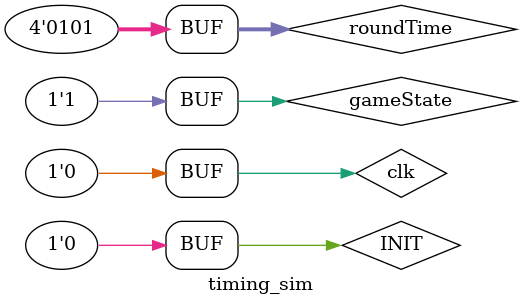
<source format=v>
`timescale 1ns / 1ps

module timing_sim;

	// Inputs
	reg clk;
	reg gameState;
	reg [3:0] roundTime;
	reg INIT;

	// Outputs
	wire cout;
	wire [3:0] sum;

	// Instantiate the Unit Under Test (UUT)
	timing uut (
		.clk(clk), 
		.gameState(gameState), 
		.roundTime(roundTime), 
		.cout(cout),
		.INIT(INIT),
		.sum(sum)
	);

	initial begin
		// Initialize Inputs
		clk = 0;
		gameState = 0;
		roundTime = 5;
		INIT = 0;

		// Wait 100 ns for global reset to finish
		#100;
      
		// Add stimulus here
			#1 INIT = 1;
			#1 INIT = 0;
			#1 gameState=1;
			#1 clk = 1;
			#1 clk = 0;
			#1 clk = 1;
			#1 clk = 0;
			#1 clk = 1;
			#1 clk = 0;
			#1 INIT = 1;
			#1 clk = 1;
			#1 clk = 0;
			#1 clk = 1;
			#1 clk = 0;
			#1 INIT = 0;
			#1 clk = 1;
			#1 clk = 0;
			#1 clk = 1;
			#1 clk = 0;
			#1 clk = 1;
			#1 clk = 0;
			#1 clk = 1;
			#1 clk = 0;
			#1 clk = 1;
			#1 clk = 0;
			#1 clk = 1;
			#1 clk = 0;
			#1 clk = 1;
			#1 clk = 0;
			#1 clk = 1;
			#1 clk = 0;
			#1 clk = 1;
			#1 clk = 0;
			#1 clk = 1;
			#1 clk = 0;
			#1 clk = 1;
			#1 clk = 0;
			#1 clk = 1;
			#1 clk = 0;
			#1 clk = 1;
			#1 clk = 0;
			#1 clk = 1;
			#1 clk = 0;
			#1 clk = 1;
			#1 clk = 0;
			#1 clk = 1;
			#1 clk = 0;
			#1 clk = 1;
			#1 clk = 0;
			#1 clk = 1;
			#1 clk = 0;
			#1 clk = 1;
			#1 clk = 0;
			#1 clk = 1;
			#1 clk = 0;
			#1 clk = 1;
			#1 clk = 0;
			#1 clk = 1;
			#1 clk = 0;
			#1 clk = 1;
			#1 clk = 0;
			#1 clk = 1;
			#1 clk = 0;
			#1 clk = 1;
			#1 clk = 0;
			#1 clk = 1;
			#1 clk = 0;
			#1 clk = 1;
			#1 clk = 0;
		
	end
      
endmodule
</source>
